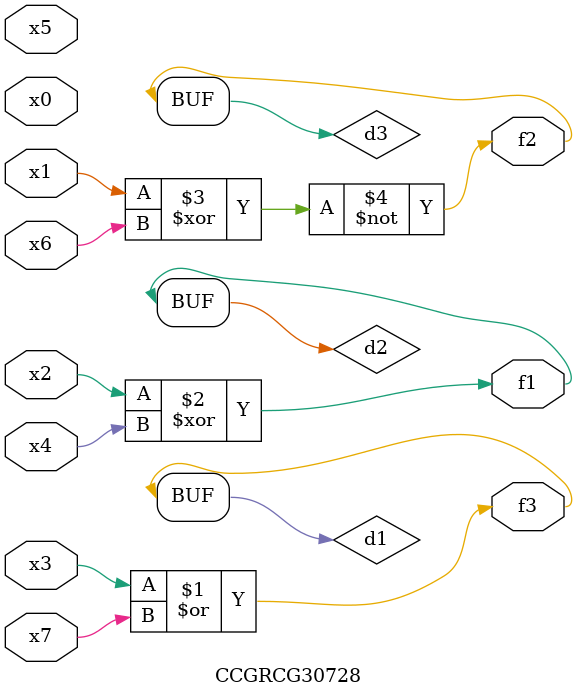
<source format=v>
module CCGRCG30728(
	input x0, x1, x2, x3, x4, x5, x6, x7,
	output f1, f2, f3
);

	wire d1, d2, d3;

	or (d1, x3, x7);
	xor (d2, x2, x4);
	xnor (d3, x1, x6);
	assign f1 = d2;
	assign f2 = d3;
	assign f3 = d1;
endmodule

</source>
